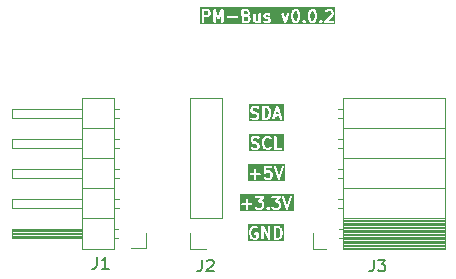
<source format=gbr>
%TF.GenerationSoftware,KiCad,Pcbnew,8.0.3-8.0.3-0~ubuntu22.04.1*%
%TF.CreationDate,2024-08-08T10:04:11+03:00*%
%TF.ProjectId,PM-Bus,504d2d42-7573-42e6-9b69-6361645f7063,rev?*%
%TF.SameCoordinates,Original*%
%TF.FileFunction,Legend,Top*%
%TF.FilePolarity,Positive*%
%FSLAX46Y46*%
G04 Gerber Fmt 4.6, Leading zero omitted, Abs format (unit mm)*
G04 Created by KiCad (PCBNEW 8.0.3-8.0.3-0~ubuntu22.04.1) date 2024-08-08 10:04:11*
%MOMM*%
%LPD*%
G01*
G04 APERTURE LIST*
%ADD10C,0.200000*%
%ADD11C,0.150000*%
%ADD12C,0.120000*%
%ADD13C,3.200000*%
%ADD14R,1.700000X1.700000*%
%ADD15O,1.700000X1.700000*%
G04 APERTURE END LIST*
D10*
G36*
X78553182Y-94643330D02*
G01*
X73990810Y-94643330D01*
X73990810Y-94031757D01*
X74101921Y-94031757D01*
X74101921Y-94070775D01*
X74116853Y-94106823D01*
X74144443Y-94134413D01*
X74180491Y-94149345D01*
X74200000Y-94151266D01*
X74482132Y-94150572D01*
X74482873Y-94451728D01*
X74497805Y-94487776D01*
X74525395Y-94515366D01*
X74561443Y-94530298D01*
X74600461Y-94530298D01*
X74636509Y-94515366D01*
X74664099Y-94487776D01*
X74679031Y-94451728D01*
X74680952Y-94432219D01*
X74680258Y-94150085D01*
X74981414Y-94149345D01*
X75017462Y-94134413D01*
X75045052Y-94106823D01*
X75059984Y-94070775D01*
X75059984Y-94031757D01*
X75045052Y-93995709D01*
X75017462Y-93968119D01*
X74981414Y-93953187D01*
X74961905Y-93951266D01*
X74679771Y-93951959D01*
X74679031Y-93650805D01*
X74664099Y-93614757D01*
X74636509Y-93587167D01*
X74600461Y-93572235D01*
X74561443Y-93572235D01*
X74525395Y-93587167D01*
X74497805Y-93614757D01*
X74482873Y-93650805D01*
X74480952Y-93670314D01*
X74481645Y-93952446D01*
X74180491Y-93953187D01*
X74144443Y-93968119D01*
X74116853Y-93995709D01*
X74101921Y-94031757D01*
X73990810Y-94031757D01*
X73990810Y-93412710D01*
X75244778Y-93412710D01*
X75244778Y-93451728D01*
X75259710Y-93487776D01*
X75287300Y-93515366D01*
X75323348Y-93530298D01*
X75342857Y-93532219D01*
X75743640Y-93531013D01*
X75556067Y-93746970D01*
X75545424Y-93757614D01*
X75544148Y-93760692D01*
X75541912Y-93763268D01*
X75536707Y-93778656D01*
X75530492Y-93793662D01*
X75530492Y-93797035D01*
X75529412Y-93800229D01*
X75530492Y-93816431D01*
X75530492Y-93832680D01*
X75531782Y-93835795D01*
X75532007Y-93839161D01*
X75539207Y-93853721D01*
X75545424Y-93868728D01*
X75547808Y-93871112D01*
X75549304Y-93874136D01*
X75561529Y-93884833D01*
X75573014Y-93896318D01*
X75576128Y-93897608D01*
X75578668Y-93899830D01*
X75594056Y-93905034D01*
X75609062Y-93911250D01*
X75613821Y-93911718D01*
X75615629Y-93912330D01*
X75618253Y-93912155D01*
X75628571Y-93913171D01*
X75745769Y-93911784D01*
X75805262Y-93940405D01*
X75831039Y-93965067D01*
X75862061Y-94024815D01*
X75863485Y-94215678D01*
X75834669Y-94275576D01*
X75810007Y-94301354D01*
X75750306Y-94332351D01*
X75511886Y-94333852D01*
X75451877Y-94304983D01*
X75398415Y-94253833D01*
X75362367Y-94238902D01*
X75323349Y-94238901D01*
X75287300Y-94253832D01*
X75259710Y-94281422D01*
X75244779Y-94317470D01*
X75244778Y-94356488D01*
X75259709Y-94392537D01*
X75272146Y-94407690D01*
X75322246Y-94455623D01*
X75329164Y-94463600D01*
X75333313Y-94466211D01*
X75334918Y-94467747D01*
X75337358Y-94468757D01*
X75345755Y-94474043D01*
X75428772Y-94513981D01*
X75430157Y-94515366D01*
X75440906Y-94519818D01*
X75459301Y-94528668D01*
X75462884Y-94528922D01*
X75466205Y-94530298D01*
X75485714Y-94532219D01*
X75756169Y-94530516D01*
X75758921Y-94531434D01*
X75773347Y-94530408D01*
X75790937Y-94530298D01*
X75794257Y-94528922D01*
X75797841Y-94528668D01*
X75816149Y-94521662D01*
X75911177Y-94472322D01*
X75922224Y-94467747D01*
X75926070Y-94464589D01*
X75927977Y-94463600D01*
X75929707Y-94461605D01*
X75937377Y-94455310D01*
X75985310Y-94405207D01*
X75993285Y-94398292D01*
X75995896Y-94394142D01*
X75997433Y-94392537D01*
X75998444Y-94390095D01*
X76003728Y-94381701D01*
X76011719Y-94365091D01*
X76244778Y-94365091D01*
X76244778Y-94404109D01*
X76251241Y-94419711D01*
X76259710Y-94440158D01*
X76259714Y-94440162D01*
X76272146Y-94455311D01*
X76334918Y-94515366D01*
X76343921Y-94519095D01*
X76370967Y-94530298D01*
X76409985Y-94530298D01*
X76446033Y-94515366D01*
X76461187Y-94502930D01*
X76521242Y-94440158D01*
X76527994Y-94423856D01*
X76536173Y-94404110D01*
X76536174Y-94365092D01*
X76521243Y-94329043D01*
X76508806Y-94313890D01*
X76446034Y-94253833D01*
X76431102Y-94247648D01*
X76409985Y-94238901D01*
X76370967Y-94238901D01*
X76360409Y-94243274D01*
X76334919Y-94253832D01*
X76334918Y-94253833D01*
X76319764Y-94266270D01*
X76259709Y-94329043D01*
X76249696Y-94353219D01*
X76244778Y-94365091D01*
X76011719Y-94365091D01*
X76043666Y-94298683D01*
X76045051Y-94297299D01*
X76049503Y-94286549D01*
X76058353Y-94268155D01*
X76058607Y-94264571D01*
X76059983Y-94261251D01*
X76061904Y-94241742D01*
X76060241Y-94018786D01*
X76061119Y-94016154D01*
X76060116Y-94002048D01*
X76059983Y-93984138D01*
X76058607Y-93980817D01*
X76058353Y-93977234D01*
X76051347Y-93958925D01*
X76002004Y-93863891D01*
X75997432Y-93852851D01*
X75994276Y-93849005D01*
X75993285Y-93847097D01*
X75991287Y-93845364D01*
X75984995Y-93837698D01*
X75934894Y-93789766D01*
X75927977Y-93781790D01*
X75923827Y-93779177D01*
X75922223Y-93777643D01*
X75919783Y-93776632D01*
X75911387Y-93771347D01*
X75830958Y-93732654D01*
X76034407Y-93498419D01*
X76045051Y-93487776D01*
X76046326Y-93484697D01*
X76048563Y-93482122D01*
X76053767Y-93466733D01*
X76059983Y-93451728D01*
X76059983Y-93448354D01*
X76061063Y-93445161D01*
X76059983Y-93428958D01*
X76059983Y-93412710D01*
X76673349Y-93412710D01*
X76673349Y-93451728D01*
X76688281Y-93487776D01*
X76715871Y-93515366D01*
X76751919Y-93530298D01*
X76771428Y-93532219D01*
X77172211Y-93531013D01*
X76984638Y-93746970D01*
X76973995Y-93757614D01*
X76972719Y-93760692D01*
X76970483Y-93763268D01*
X76965278Y-93778656D01*
X76959063Y-93793662D01*
X76959063Y-93797035D01*
X76957983Y-93800229D01*
X76959063Y-93816431D01*
X76959063Y-93832680D01*
X76960353Y-93835795D01*
X76960578Y-93839161D01*
X76967778Y-93853721D01*
X76973995Y-93868728D01*
X76976379Y-93871112D01*
X76977875Y-93874136D01*
X76990100Y-93884833D01*
X77001585Y-93896318D01*
X77004699Y-93897608D01*
X77007239Y-93899830D01*
X77022627Y-93905034D01*
X77037633Y-93911250D01*
X77042392Y-93911718D01*
X77044200Y-93912330D01*
X77046824Y-93912155D01*
X77057142Y-93913171D01*
X77174340Y-93911784D01*
X77233833Y-93940405D01*
X77259610Y-93965067D01*
X77290632Y-94024815D01*
X77292056Y-94215678D01*
X77263240Y-94275576D01*
X77238578Y-94301354D01*
X77178877Y-94332351D01*
X76940457Y-94333852D01*
X76880448Y-94304983D01*
X76826986Y-94253833D01*
X76790938Y-94238902D01*
X76751920Y-94238901D01*
X76715871Y-94253832D01*
X76688281Y-94281422D01*
X76673350Y-94317470D01*
X76673349Y-94356488D01*
X76688280Y-94392537D01*
X76700717Y-94407690D01*
X76750817Y-94455623D01*
X76757735Y-94463600D01*
X76761884Y-94466211D01*
X76763489Y-94467747D01*
X76765929Y-94468757D01*
X76774326Y-94474043D01*
X76857343Y-94513981D01*
X76858728Y-94515366D01*
X76869477Y-94519818D01*
X76887872Y-94528668D01*
X76891455Y-94528922D01*
X76894776Y-94530298D01*
X76914285Y-94532219D01*
X77184740Y-94530516D01*
X77187492Y-94531434D01*
X77201918Y-94530408D01*
X77219508Y-94530298D01*
X77222828Y-94528922D01*
X77226412Y-94528668D01*
X77244720Y-94521662D01*
X77339748Y-94472322D01*
X77350795Y-94467747D01*
X77354641Y-94464589D01*
X77356548Y-94463600D01*
X77358278Y-94461605D01*
X77365948Y-94455310D01*
X77413881Y-94405207D01*
X77421856Y-94398292D01*
X77424467Y-94394142D01*
X77426004Y-94392537D01*
X77427015Y-94390095D01*
X77432299Y-94381701D01*
X77472237Y-94298683D01*
X77473622Y-94297299D01*
X77478074Y-94286549D01*
X77486924Y-94268155D01*
X77487178Y-94264571D01*
X77488554Y-94261251D01*
X77490475Y-94241742D01*
X77488812Y-94018786D01*
X77489690Y-94016154D01*
X77488687Y-94002048D01*
X77488554Y-93984138D01*
X77487178Y-93980817D01*
X77486924Y-93977234D01*
X77479918Y-93958925D01*
X77430575Y-93863891D01*
X77426003Y-93852851D01*
X77422847Y-93849005D01*
X77421856Y-93847097D01*
X77419858Y-93845364D01*
X77413566Y-93837698D01*
X77363465Y-93789766D01*
X77356548Y-93781790D01*
X77352398Y-93779177D01*
X77350794Y-93777643D01*
X77348354Y-93776632D01*
X77339958Y-93771347D01*
X77259529Y-93732654D01*
X77462978Y-93498419D01*
X77473622Y-93487776D01*
X77474897Y-93484697D01*
X77477134Y-93482122D01*
X77482338Y-93466733D01*
X77488554Y-93451728D01*
X77488554Y-93448354D01*
X77489634Y-93445161D01*
X77489605Y-93444726D01*
X77576975Y-93444726D01*
X77581322Y-93463842D01*
X77912583Y-94451734D01*
X77913074Y-94458632D01*
X77918607Y-94469699D01*
X77922646Y-94481742D01*
X77927329Y-94487141D01*
X77930524Y-94493531D01*
X77939995Y-94501746D01*
X77948211Y-94511218D01*
X77954599Y-94514412D01*
X77960000Y-94519096D01*
X77971901Y-94523063D01*
X77983110Y-94528667D01*
X77990234Y-94529173D01*
X77997016Y-94531434D01*
X78009525Y-94530544D01*
X78022030Y-94531434D01*
X78028808Y-94529174D01*
X78035936Y-94528668D01*
X78047152Y-94523059D01*
X78059046Y-94519095D01*
X78064443Y-94514414D01*
X78070835Y-94511218D01*
X78079053Y-94501742D01*
X78088522Y-94493530D01*
X78091715Y-94487143D01*
X78096400Y-94481742D01*
X78104391Y-94463842D01*
X78442071Y-93444727D01*
X78439305Y-93405807D01*
X78421855Y-93370908D01*
X78392379Y-93345343D01*
X78355363Y-93333004D01*
X78316443Y-93335771D01*
X78281544Y-93353220D01*
X78255979Y-93382696D01*
X78247988Y-93400597D01*
X78009956Y-94118973D01*
X77763067Y-93382696D01*
X77737502Y-93353220D01*
X77702603Y-93335770D01*
X77663683Y-93333004D01*
X77626667Y-93345342D01*
X77597191Y-93370907D01*
X77579741Y-93405806D01*
X77576975Y-93444726D01*
X77489605Y-93444726D01*
X77488554Y-93428958D01*
X77488554Y-93412710D01*
X77487263Y-93409594D01*
X77487039Y-93406229D01*
X77479836Y-93391663D01*
X77473622Y-93376662D01*
X77471238Y-93374278D01*
X77469743Y-93371254D01*
X77457509Y-93360549D01*
X77446032Y-93349072D01*
X77442918Y-93347782D01*
X77440379Y-93345560D01*
X77424987Y-93340354D01*
X77409984Y-93334140D01*
X77405224Y-93333671D01*
X77403417Y-93333060D01*
X77400792Y-93333234D01*
X77390475Y-93332219D01*
X76751919Y-93334140D01*
X76715871Y-93349072D01*
X76688281Y-93376662D01*
X76673349Y-93412710D01*
X76059983Y-93412710D01*
X76058692Y-93409594D01*
X76058468Y-93406229D01*
X76051265Y-93391663D01*
X76045051Y-93376662D01*
X76042667Y-93374278D01*
X76041172Y-93371254D01*
X76028938Y-93360549D01*
X76017461Y-93349072D01*
X76014347Y-93347782D01*
X76011808Y-93345560D01*
X75996416Y-93340354D01*
X75981413Y-93334140D01*
X75976653Y-93333671D01*
X75974846Y-93333060D01*
X75972221Y-93333234D01*
X75961904Y-93332219D01*
X75323348Y-93334140D01*
X75287300Y-93349072D01*
X75259710Y-93376662D01*
X75244778Y-93412710D01*
X73990810Y-93412710D01*
X73990810Y-93221108D01*
X78553182Y-93221108D01*
X78553182Y-94643330D01*
G37*
G36*
X74656563Y-78216529D02*
G01*
X74676188Y-78235305D01*
X74707305Y-78295236D01*
X74708439Y-78391083D01*
X74679818Y-78450576D01*
X74655156Y-78476354D01*
X74595516Y-78507320D01*
X74335439Y-78508567D01*
X74334825Y-78182868D01*
X74548029Y-78181708D01*
X74656563Y-78216529D01*
G37*
G36*
X74602792Y-77734453D02*
G01*
X74628569Y-77759115D01*
X74659794Y-77819254D01*
X74660606Y-77867719D01*
X74632198Y-77926769D01*
X74607540Y-77952542D01*
X74547871Y-77983523D01*
X74334451Y-77984685D01*
X74333928Y-77706683D01*
X74542706Y-77705547D01*
X74602792Y-77734453D01*
G37*
G36*
X78793269Y-77734453D02*
G01*
X78819046Y-77759115D01*
X78854122Y-77826670D01*
X78897574Y-77994131D01*
X78899166Y-78207622D01*
X78858767Y-78375555D01*
X78822676Y-78450576D01*
X78798014Y-78476354D01*
X78737874Y-78507579D01*
X78689410Y-78508391D01*
X78630360Y-78479983D01*
X78604586Y-78455324D01*
X78569509Y-78387764D01*
X78526057Y-78220305D01*
X78524465Y-78006815D01*
X78564864Y-77838881D01*
X78600955Y-77763860D01*
X78625617Y-77738083D01*
X78685756Y-77706858D01*
X78734221Y-77706046D01*
X78793269Y-77734453D01*
G37*
G36*
X80221840Y-77734453D02*
G01*
X80247617Y-77759115D01*
X80282693Y-77826670D01*
X80326145Y-77994131D01*
X80327737Y-78207622D01*
X80287338Y-78375555D01*
X80251247Y-78450576D01*
X80226585Y-78476354D01*
X80166445Y-78507579D01*
X80117981Y-78508391D01*
X80058931Y-78479983D01*
X80033157Y-78455324D01*
X79998080Y-78387764D01*
X79954628Y-78220305D01*
X79953036Y-78006815D01*
X79993435Y-77838881D01*
X80029526Y-77763860D01*
X80054188Y-77738083D01*
X80114327Y-77706858D01*
X80162792Y-77706046D01*
X80221840Y-77734453D01*
G37*
G36*
X71269459Y-77734453D02*
G01*
X71295236Y-77759115D01*
X71326353Y-77819046D01*
X71327487Y-77914893D01*
X71298865Y-77974388D01*
X71274207Y-78000161D01*
X71214564Y-78031129D01*
X70953589Y-78032380D01*
X70952976Y-77706747D01*
X71209312Y-77705517D01*
X71269459Y-77734453D01*
G37*
G36*
X82065783Y-78818330D02*
G01*
X70643562Y-78818330D01*
X70643562Y-77607219D01*
X70754673Y-77607219D01*
X70756594Y-78626728D01*
X70771526Y-78662776D01*
X70799116Y-78690366D01*
X70835164Y-78705298D01*
X70874182Y-78705298D01*
X70910230Y-78690366D01*
X70937820Y-78662776D01*
X70952752Y-78626728D01*
X70954673Y-78607219D01*
X70953963Y-78230551D01*
X71220212Y-78229274D01*
X71223118Y-78230243D01*
X71237942Y-78229189D01*
X71255134Y-78229107D01*
X71258454Y-78227731D01*
X71262038Y-78227477D01*
X71280346Y-78220471D01*
X71375375Y-78171130D01*
X71386420Y-78166556D01*
X71390266Y-78163399D01*
X71392174Y-78162409D01*
X71393903Y-78160414D01*
X71401574Y-78154120D01*
X71449507Y-78104017D01*
X71457482Y-78097102D01*
X71460093Y-78092952D01*
X71461629Y-78091348D01*
X71462639Y-78088907D01*
X71467925Y-78080511D01*
X71507863Y-77997493D01*
X71509248Y-77996109D01*
X71513700Y-77985359D01*
X71522550Y-77966965D01*
X71522804Y-77963381D01*
X71524180Y-77960061D01*
X71526101Y-77940552D01*
X71524584Y-77812395D01*
X71525316Y-77810202D01*
X71524407Y-77797419D01*
X71524180Y-77778186D01*
X71522804Y-77774865D01*
X71522550Y-77771282D01*
X71515544Y-77752973D01*
X71466201Y-77657939D01*
X71461629Y-77646899D01*
X71458473Y-77643053D01*
X71457482Y-77641145D01*
X71455484Y-77639412D01*
X71449192Y-77631746D01*
X71423555Y-77607219D01*
X71754673Y-77607219D01*
X71756594Y-78626728D01*
X71771526Y-78662776D01*
X71799116Y-78690366D01*
X71835164Y-78705298D01*
X71874182Y-78705298D01*
X71910230Y-78690366D01*
X71937820Y-78662776D01*
X71952752Y-78626728D01*
X71954673Y-78607219D01*
X71953629Y-78053229D01*
X72097521Y-78359667D01*
X72102500Y-78373356D01*
X72105475Y-78376605D01*
X72107379Y-78380659D01*
X72118589Y-78390925D01*
X72128851Y-78402131D01*
X72132876Y-78404009D01*
X72136154Y-78407011D01*
X72150436Y-78412204D01*
X72164209Y-78418632D01*
X72168648Y-78418827D01*
X72172823Y-78420345D01*
X72188006Y-78419677D01*
X72203189Y-78420345D01*
X72207362Y-78418827D01*
X72211804Y-78418632D01*
X72225588Y-78412199D01*
X72239858Y-78407010D01*
X72243131Y-78404012D01*
X72247161Y-78402132D01*
X72257430Y-78390917D01*
X72268633Y-78380659D01*
X72271944Y-78375068D01*
X72273513Y-78373356D01*
X72274393Y-78370934D01*
X72278624Y-78363793D01*
X72422181Y-78054251D01*
X72423260Y-78626728D01*
X72438192Y-78662776D01*
X72465782Y-78690366D01*
X72501830Y-78705298D01*
X72540848Y-78705298D01*
X72576896Y-78690366D01*
X72604486Y-78662776D01*
X72619418Y-78626728D01*
X72621339Y-78607219D01*
X72620584Y-78206757D01*
X72899451Y-78206757D01*
X72899451Y-78245775D01*
X72914383Y-78281823D01*
X72941973Y-78309413D01*
X72978021Y-78324345D01*
X72997530Y-78326266D01*
X73778944Y-78324345D01*
X73814992Y-78309413D01*
X73842582Y-78281823D01*
X73857514Y-78245775D01*
X73857514Y-78206757D01*
X73842582Y-78170709D01*
X73814992Y-78143119D01*
X73778944Y-78128187D01*
X73759435Y-78126266D01*
X72978021Y-78128187D01*
X72941973Y-78143119D01*
X72914383Y-78170709D01*
X72899451Y-78206757D01*
X72620584Y-78206757D01*
X72619457Y-77608484D01*
X72619513Y-77607219D01*
X74135625Y-77607219D01*
X74137546Y-78626728D01*
X74152478Y-78662776D01*
X74180068Y-78690366D01*
X74216116Y-78705298D01*
X74235625Y-78707219D01*
X74601164Y-78705465D01*
X74604070Y-78706434D01*
X74618894Y-78705380D01*
X74636086Y-78705298D01*
X74639406Y-78703922D01*
X74642990Y-78703668D01*
X74661298Y-78696662D01*
X74756326Y-78647322D01*
X74767373Y-78642747D01*
X74771219Y-78639589D01*
X74773126Y-78638600D01*
X74774856Y-78636605D01*
X74782526Y-78630310D01*
X74830459Y-78580207D01*
X74838434Y-78573292D01*
X74841045Y-78569142D01*
X74842582Y-78567537D01*
X74843593Y-78565095D01*
X74848877Y-78556701D01*
X74888815Y-78473683D01*
X74890200Y-78472299D01*
X74894652Y-78461549D01*
X74903502Y-78443155D01*
X74903756Y-78439571D01*
X74905132Y-78436251D01*
X74907053Y-78416742D01*
X74905536Y-78288585D01*
X74906268Y-78286392D01*
X74905359Y-78273609D01*
X74905132Y-78254376D01*
X74903756Y-78251055D01*
X74903502Y-78247472D01*
X74896496Y-78229163D01*
X74847153Y-78134129D01*
X74842581Y-78123089D01*
X74839425Y-78119243D01*
X74838434Y-78117335D01*
X74836436Y-78115602D01*
X74830144Y-78107936D01*
X74791381Y-78070851D01*
X74790814Y-78069716D01*
X74784188Y-78063969D01*
X74779703Y-78059678D01*
X74782840Y-78056398D01*
X74790815Y-78049483D01*
X74793426Y-78045333D01*
X74794962Y-78043729D01*
X74795972Y-78041288D01*
X74801258Y-78032892D01*
X74841196Y-77949874D01*
X74842581Y-77948490D01*
X74845868Y-77940552D01*
X75135625Y-77940552D01*
X75137422Y-78448816D01*
X75136410Y-78451853D01*
X75137486Y-78466998D01*
X75137546Y-78483870D01*
X75138921Y-78487190D01*
X75139176Y-78490773D01*
X75146182Y-78509082D01*
X75193219Y-78599677D01*
X75196368Y-78609123D01*
X75200742Y-78614167D01*
X75204244Y-78620911D01*
X75213715Y-78629125D01*
X75221932Y-78638600D01*
X75231802Y-78644812D01*
X75233720Y-78646476D01*
X75235260Y-78646989D01*
X75238523Y-78649043D01*
X75321540Y-78688981D01*
X75322925Y-78690366D01*
X75333674Y-78694818D01*
X75352069Y-78703668D01*
X75355652Y-78703922D01*
X75358973Y-78705298D01*
X75378482Y-78707219D01*
X75506638Y-78705702D01*
X75508832Y-78706434D01*
X75521614Y-78705525D01*
X75540848Y-78705298D01*
X75544168Y-78703922D01*
X75547752Y-78703668D01*
X75566060Y-78696662D01*
X75598231Y-78679958D01*
X75608639Y-78690366D01*
X75644687Y-78705298D01*
X75683705Y-78705298D01*
X75719753Y-78690366D01*
X75747343Y-78662776D01*
X75762275Y-78626728D01*
X75764196Y-78607219D01*
X75762730Y-78083409D01*
X75992768Y-78083409D01*
X75993755Y-78117913D01*
X75993553Y-78118521D01*
X75993920Y-78123698D01*
X75994689Y-78150537D01*
X75996064Y-78153857D01*
X75996319Y-78157441D01*
X76003325Y-78175749D01*
X76050362Y-78266343D01*
X76053511Y-78275789D01*
X76057885Y-78280833D01*
X76061387Y-78287577D01*
X76070857Y-78295790D01*
X76079075Y-78305266D01*
X76088948Y-78311480D01*
X76090864Y-78313142D01*
X76092402Y-78313654D01*
X76095666Y-78315709D01*
X76178683Y-78355647D01*
X76180068Y-78357032D01*
X76190817Y-78361484D01*
X76209212Y-78370334D01*
X76212795Y-78370588D01*
X76216116Y-78371964D01*
X76235625Y-78373885D01*
X76352823Y-78372498D01*
X76399091Y-78394757D01*
X76421970Y-78438823D01*
X76422010Y-78440189D01*
X76400467Y-78484970D01*
X76357241Y-78507413D01*
X76213912Y-78508724D01*
X76119181Y-78463151D01*
X76080261Y-78460385D01*
X76043245Y-78472724D01*
X76013768Y-78498288D01*
X75996319Y-78533187D01*
X75993553Y-78572107D01*
X76005892Y-78609123D01*
X76031456Y-78638600D01*
X76048047Y-78649043D01*
X76131064Y-78688981D01*
X76132449Y-78690366D01*
X76143198Y-78694818D01*
X76161593Y-78703668D01*
X76165176Y-78703922D01*
X76168497Y-78705298D01*
X76188006Y-78707219D01*
X76363513Y-78705613D01*
X76365975Y-78706434D01*
X76379590Y-78705466D01*
X76397991Y-78705298D01*
X76401311Y-78703922D01*
X76404895Y-78703668D01*
X76423203Y-78696662D01*
X76513797Y-78649624D01*
X76523243Y-78646476D01*
X76528286Y-78642101D01*
X76535031Y-78638600D01*
X76543246Y-78629126D01*
X76552720Y-78620911D01*
X76558933Y-78611039D01*
X76560596Y-78609123D01*
X76561108Y-78607584D01*
X76563163Y-78604321D01*
X76603101Y-78521302D01*
X76604486Y-78519918D01*
X76608938Y-78509169D01*
X76617788Y-78490774D01*
X76618042Y-78487190D01*
X76619418Y-78483870D01*
X76621339Y-78464361D01*
X76620351Y-78429856D01*
X76620554Y-78429249D01*
X76620186Y-78424071D01*
X76619418Y-78397233D01*
X76618042Y-78393912D01*
X76617788Y-78390329D01*
X76610782Y-78372020D01*
X76563742Y-78281422D01*
X76560596Y-78271981D01*
X76556223Y-78266938D01*
X76552720Y-78260192D01*
X76543244Y-78251974D01*
X76535031Y-78242504D01*
X76525159Y-78236290D01*
X76523243Y-78234628D01*
X76521704Y-78234114D01*
X76518441Y-78232061D01*
X76435423Y-78192122D01*
X76434039Y-78190738D01*
X76423289Y-78186285D01*
X76404895Y-78177436D01*
X76401311Y-78177181D01*
X76397991Y-78175806D01*
X76378482Y-78173885D01*
X76261283Y-78175271D01*
X76215016Y-78153013D01*
X76192136Y-78108945D01*
X76192097Y-78107580D01*
X76213640Y-78062799D01*
X76256976Y-78040299D01*
X76352823Y-78039165D01*
X76447307Y-78084620D01*
X76486227Y-78087386D01*
X76523243Y-78075047D01*
X76552720Y-78049482D01*
X76570169Y-78014584D01*
X76572934Y-77975664D01*
X76566102Y-77955167D01*
X77517651Y-77955167D01*
X77522404Y-77974186D01*
X77757450Y-78626870D01*
X77757684Y-78631574D01*
X77763773Y-78644429D01*
X77768869Y-78658579D01*
X77772239Y-78662301D01*
X77774387Y-78666836D01*
X77785238Y-78676659D01*
X77795056Y-78687504D01*
X77799588Y-78689651D01*
X77803313Y-78693023D01*
X77817103Y-78697947D01*
X77830318Y-78704208D01*
X77835328Y-78704457D01*
X77840058Y-78706146D01*
X77854679Y-78705418D01*
X77869288Y-78706145D01*
X77874013Y-78704457D01*
X77879028Y-78704208D01*
X77892254Y-78697942D01*
X77906033Y-78693022D01*
X77909753Y-78689653D01*
X77914290Y-78687505D01*
X77924112Y-78676654D01*
X77934959Y-78666836D01*
X77937106Y-78662301D01*
X77940477Y-78658579D01*
X77948847Y-78640853D01*
X78180006Y-77988171D01*
X78326102Y-77988171D01*
X78327832Y-78220288D01*
X78326220Y-78231127D01*
X78328003Y-78243188D01*
X78328023Y-78245775D01*
X78328587Y-78247138D01*
X78329088Y-78250520D01*
X78376592Y-78433599D01*
X78377272Y-78443155D01*
X78382863Y-78457767D01*
X78383302Y-78459456D01*
X78383732Y-78460036D01*
X78384278Y-78461463D01*
X78433615Y-78556487D01*
X78438192Y-78567537D01*
X78441350Y-78571385D01*
X78442340Y-78573291D01*
X78444334Y-78575020D01*
X78450629Y-78582690D01*
X78500729Y-78630623D01*
X78507647Y-78638600D01*
X78511796Y-78641211D01*
X78513401Y-78642747D01*
X78515841Y-78643757D01*
X78524238Y-78649043D01*
X78607255Y-78688981D01*
X78608640Y-78690366D01*
X78619389Y-78694818D01*
X78637784Y-78703668D01*
X78641367Y-78703922D01*
X78644688Y-78705298D01*
X78664197Y-78707219D01*
X78745214Y-78705862D01*
X78746928Y-78706434D01*
X78757972Y-78705649D01*
X78778944Y-78705298D01*
X78782264Y-78703922D01*
X78785848Y-78703668D01*
X78804156Y-78696662D01*
X78899184Y-78647322D01*
X78910231Y-78642747D01*
X78914077Y-78639589D01*
X78915984Y-78638600D01*
X78917714Y-78636605D01*
X78925384Y-78630310D01*
X78973317Y-78580207D01*
X78981292Y-78573292D01*
X78983903Y-78569142D01*
X78985440Y-78567537D01*
X78986451Y-78565095D01*
X78991735Y-78556701D01*
X78999726Y-78540091D01*
X79280404Y-78540091D01*
X79280404Y-78579109D01*
X79285994Y-78592604D01*
X79295336Y-78615158D01*
X79295340Y-78615162D01*
X79307772Y-78630311D01*
X79370544Y-78690366D01*
X79376957Y-78693022D01*
X79406593Y-78705298D01*
X79445611Y-78705298D01*
X79481659Y-78690366D01*
X79496813Y-78677930D01*
X79556868Y-78615158D01*
X79563620Y-78598856D01*
X79571799Y-78579110D01*
X79571800Y-78540092D01*
X79556869Y-78504043D01*
X79544432Y-78488890D01*
X79481660Y-78428833D01*
X79462071Y-78420719D01*
X79455393Y-78417953D01*
X79445611Y-78413901D01*
X79406593Y-78413901D01*
X79396811Y-78417953D01*
X79370545Y-78428832D01*
X79370544Y-78428833D01*
X79355390Y-78441270D01*
X79295335Y-78504043D01*
X79285322Y-78528219D01*
X79280404Y-78540091D01*
X78999726Y-78540091D01*
X79035163Y-78466429D01*
X79040330Y-78459456D01*
X79045558Y-78444821D01*
X79046360Y-78443155D01*
X79046411Y-78442434D01*
X79046925Y-78440996D01*
X79091504Y-78255683D01*
X79095609Y-78245775D01*
X79096801Y-78233665D01*
X79097412Y-78231127D01*
X79097194Y-78229668D01*
X79097530Y-78226266D01*
X79095799Y-77994148D01*
X79096689Y-77988171D01*
X79754673Y-77988171D01*
X79756403Y-78220288D01*
X79754791Y-78231127D01*
X79756574Y-78243188D01*
X79756594Y-78245775D01*
X79757158Y-78247138D01*
X79757659Y-78250520D01*
X79805163Y-78433599D01*
X79805843Y-78443155D01*
X79811434Y-78457767D01*
X79811873Y-78459456D01*
X79812303Y-78460036D01*
X79812849Y-78461463D01*
X79862186Y-78556487D01*
X79866763Y-78567537D01*
X79869921Y-78571385D01*
X79870911Y-78573291D01*
X79872905Y-78575020D01*
X79879200Y-78582690D01*
X79929300Y-78630623D01*
X79936218Y-78638600D01*
X79940367Y-78641211D01*
X79941972Y-78642747D01*
X79944412Y-78643757D01*
X79952809Y-78649043D01*
X80035826Y-78688981D01*
X80037211Y-78690366D01*
X80047960Y-78694818D01*
X80066355Y-78703668D01*
X80069938Y-78703922D01*
X80073259Y-78705298D01*
X80092768Y-78707219D01*
X80173785Y-78705862D01*
X80175499Y-78706434D01*
X80186543Y-78705649D01*
X80207515Y-78705298D01*
X80210835Y-78703922D01*
X80214419Y-78703668D01*
X80232727Y-78696662D01*
X80327755Y-78647322D01*
X80338802Y-78642747D01*
X80342648Y-78639589D01*
X80344555Y-78638600D01*
X80346285Y-78636605D01*
X80353955Y-78630310D01*
X80401888Y-78580207D01*
X80409863Y-78573292D01*
X80412474Y-78569142D01*
X80414011Y-78567537D01*
X80415022Y-78565095D01*
X80420306Y-78556701D01*
X80428297Y-78540091D01*
X80708975Y-78540091D01*
X80708975Y-78579109D01*
X80714565Y-78592604D01*
X80723907Y-78615158D01*
X80723911Y-78615162D01*
X80736343Y-78630311D01*
X80799115Y-78690366D01*
X80805528Y-78693022D01*
X80835164Y-78705298D01*
X80874182Y-78705298D01*
X80910230Y-78690366D01*
X80925384Y-78677930D01*
X80985439Y-78615158D01*
X80992191Y-78598856D01*
X80996808Y-78587710D01*
X81137546Y-78587710D01*
X81137546Y-78626728D01*
X81152478Y-78662776D01*
X81180068Y-78690366D01*
X81216116Y-78705298D01*
X81235625Y-78707219D01*
X81874181Y-78705298D01*
X81910229Y-78690366D01*
X81937819Y-78662776D01*
X81952751Y-78626728D01*
X81952751Y-78587710D01*
X81937819Y-78551662D01*
X81910229Y-78524072D01*
X81874181Y-78509140D01*
X81854672Y-78507219D01*
X81475119Y-78508360D01*
X81865382Y-78116280D01*
X81868365Y-78114789D01*
X81878513Y-78103087D01*
X81890200Y-78091347D01*
X81891574Y-78088028D01*
X81893930Y-78085313D01*
X81901921Y-78067413D01*
X81947827Y-77924328D01*
X81952751Y-77912442D01*
X81953242Y-77907449D01*
X81953887Y-77905441D01*
X81953699Y-77902806D01*
X81954672Y-77892933D01*
X81953315Y-77811915D01*
X81953887Y-77810202D01*
X81953102Y-77799157D01*
X81952751Y-77778186D01*
X81951375Y-77774865D01*
X81951121Y-77771282D01*
X81944115Y-77752973D01*
X81894772Y-77657939D01*
X81890200Y-77646899D01*
X81887044Y-77643053D01*
X81886053Y-77641145D01*
X81884055Y-77639412D01*
X81877763Y-77631746D01*
X81827662Y-77583814D01*
X81820745Y-77575838D01*
X81816595Y-77573225D01*
X81814991Y-77571691D01*
X81812551Y-77570680D01*
X81804155Y-77565395D01*
X81721137Y-77525456D01*
X81719753Y-77524072D01*
X81709003Y-77519619D01*
X81690609Y-77510770D01*
X81687025Y-77510515D01*
X81683705Y-77509140D01*
X81664196Y-77507219D01*
X81441240Y-77508881D01*
X81438608Y-77508004D01*
X81424502Y-77509006D01*
X81406592Y-77509140D01*
X81403271Y-77510515D01*
X81399688Y-77510770D01*
X81381379Y-77517776D01*
X81286345Y-77567118D01*
X81275305Y-77571691D01*
X81271459Y-77574846D01*
X81269551Y-77575838D01*
X81267818Y-77577835D01*
X81260152Y-77584128D01*
X81200097Y-77646900D01*
X81185165Y-77682948D01*
X81185165Y-77721966D01*
X81200097Y-77758014D01*
X81227687Y-77785604D01*
X81263735Y-77800536D01*
X81302753Y-77800536D01*
X81338801Y-77785604D01*
X81353955Y-77773168D01*
X81387521Y-77738083D01*
X81447269Y-77707061D01*
X81638132Y-77705637D01*
X81698030Y-77734453D01*
X81723807Y-77759115D01*
X81755032Y-77819254D01*
X81755938Y-77873358D01*
X81721836Y-77979652D01*
X81152479Y-78551661D01*
X81152478Y-78551662D01*
X81137546Y-78587710D01*
X80996808Y-78587710D01*
X81000370Y-78579110D01*
X81000371Y-78540092D01*
X80985440Y-78504043D01*
X80973003Y-78488890D01*
X80910231Y-78428833D01*
X80890642Y-78420719D01*
X80883964Y-78417953D01*
X80874182Y-78413901D01*
X80835164Y-78413901D01*
X80825382Y-78417953D01*
X80799116Y-78428832D01*
X80799115Y-78428833D01*
X80783961Y-78441270D01*
X80723906Y-78504043D01*
X80713893Y-78528219D01*
X80708975Y-78540091D01*
X80428297Y-78540091D01*
X80463734Y-78466429D01*
X80468901Y-78459456D01*
X80474129Y-78444821D01*
X80474931Y-78443155D01*
X80474982Y-78442434D01*
X80475496Y-78440996D01*
X80520075Y-78255683D01*
X80524180Y-78245775D01*
X80525372Y-78233665D01*
X80525983Y-78231127D01*
X80525765Y-78229668D01*
X80526101Y-78226266D01*
X80524370Y-77994148D01*
X80525983Y-77983310D01*
X80524199Y-77971248D01*
X80524180Y-77968662D01*
X80523615Y-77967298D01*
X80523115Y-77963917D01*
X80475610Y-77780837D01*
X80474931Y-77771282D01*
X80469338Y-77756666D01*
X80468901Y-77754981D01*
X80468471Y-77754401D01*
X80467925Y-77752973D01*
X80418582Y-77657939D01*
X80414010Y-77646899D01*
X80410854Y-77643053D01*
X80409863Y-77641145D01*
X80407865Y-77639412D01*
X80401573Y-77631746D01*
X80351472Y-77583814D01*
X80344555Y-77575838D01*
X80340405Y-77573225D01*
X80338801Y-77571691D01*
X80336361Y-77570680D01*
X80327965Y-77565395D01*
X80244947Y-77525456D01*
X80243563Y-77524072D01*
X80232813Y-77519619D01*
X80214419Y-77510770D01*
X80210835Y-77510515D01*
X80207515Y-77509140D01*
X80188006Y-77507219D01*
X80106988Y-77508575D01*
X80105275Y-77508004D01*
X80094230Y-77508788D01*
X80073259Y-77509140D01*
X80069938Y-77510515D01*
X80066355Y-77510770D01*
X80048046Y-77517776D01*
X79953012Y-77567118D01*
X79941972Y-77571691D01*
X79938126Y-77574846D01*
X79936218Y-77575838D01*
X79934485Y-77577835D01*
X79926819Y-77584128D01*
X79878887Y-77634228D01*
X79870911Y-77641146D01*
X79868298Y-77645295D01*
X79866764Y-77646900D01*
X79865753Y-77649339D01*
X79860468Y-77657736D01*
X79817039Y-77748007D01*
X79811873Y-77754981D01*
X79806645Y-77769613D01*
X79805843Y-77771282D01*
X79805791Y-77772004D01*
X79805278Y-77773442D01*
X79760698Y-77958752D01*
X79756594Y-77968662D01*
X79755401Y-77980771D01*
X79754791Y-77983310D01*
X79755008Y-77984768D01*
X79754673Y-77988171D01*
X79096689Y-77988171D01*
X79097412Y-77983310D01*
X79095628Y-77971248D01*
X79095609Y-77968662D01*
X79095044Y-77967298D01*
X79094544Y-77963917D01*
X79047039Y-77780837D01*
X79046360Y-77771282D01*
X79040767Y-77756666D01*
X79040330Y-77754981D01*
X79039900Y-77754401D01*
X79039354Y-77752973D01*
X78990011Y-77657939D01*
X78985439Y-77646899D01*
X78982283Y-77643053D01*
X78981292Y-77641145D01*
X78979294Y-77639412D01*
X78973002Y-77631746D01*
X78922901Y-77583814D01*
X78915984Y-77575838D01*
X78911834Y-77573225D01*
X78910230Y-77571691D01*
X78907790Y-77570680D01*
X78899394Y-77565395D01*
X78816376Y-77525456D01*
X78814992Y-77524072D01*
X78804242Y-77519619D01*
X78785848Y-77510770D01*
X78782264Y-77510515D01*
X78778944Y-77509140D01*
X78759435Y-77507219D01*
X78678417Y-77508575D01*
X78676704Y-77508004D01*
X78665659Y-77508788D01*
X78644688Y-77509140D01*
X78641367Y-77510515D01*
X78637784Y-77510770D01*
X78619475Y-77517776D01*
X78524441Y-77567118D01*
X78513401Y-77571691D01*
X78509555Y-77574846D01*
X78507647Y-77575838D01*
X78505914Y-77577835D01*
X78498248Y-77584128D01*
X78450316Y-77634228D01*
X78442340Y-77641146D01*
X78439727Y-77645295D01*
X78438193Y-77646900D01*
X78437182Y-77649339D01*
X78431897Y-77657736D01*
X78388468Y-77748007D01*
X78383302Y-77754981D01*
X78378074Y-77769613D01*
X78377272Y-77771282D01*
X78377220Y-77772004D01*
X78376707Y-77773442D01*
X78332127Y-77958752D01*
X78328023Y-77968662D01*
X78326830Y-77980771D01*
X78326220Y-77983310D01*
X78326437Y-77984768D01*
X78326102Y-77988171D01*
X78180006Y-77988171D01*
X78191695Y-77955167D01*
X78189757Y-77916197D01*
X78173054Y-77880935D01*
X78144128Y-77854749D01*
X78107383Y-77841626D01*
X78068413Y-77843563D01*
X78033151Y-77860267D01*
X78006964Y-77889192D01*
X77998594Y-77906919D01*
X77854887Y-78312675D01*
X77702382Y-77889192D01*
X77676195Y-77860266D01*
X77640933Y-77843563D01*
X77601963Y-77841625D01*
X77565218Y-77854748D01*
X77536292Y-77880935D01*
X77519589Y-77916197D01*
X77517651Y-77955167D01*
X76566102Y-77955167D01*
X76560596Y-77938648D01*
X76535031Y-77909171D01*
X76518441Y-77898728D01*
X76435423Y-77858789D01*
X76434039Y-77857405D01*
X76423289Y-77852952D01*
X76404895Y-77844103D01*
X76401311Y-77843848D01*
X76397991Y-77842473D01*
X76378482Y-77840552D01*
X76250325Y-77842068D01*
X76248132Y-77841337D01*
X76235349Y-77842245D01*
X76216116Y-77842473D01*
X76212795Y-77843848D01*
X76209212Y-77844103D01*
X76190903Y-77851109D01*
X76100305Y-77898148D01*
X76090864Y-77901295D01*
X76085821Y-77905667D01*
X76079075Y-77909171D01*
X76070857Y-77918646D01*
X76061387Y-77926860D01*
X76055173Y-77936731D01*
X76053511Y-77938648D01*
X76052997Y-77940186D01*
X76050944Y-77943450D01*
X76011005Y-78026467D01*
X76009621Y-78027852D01*
X76005168Y-78038601D01*
X75996319Y-78056996D01*
X75996064Y-78060579D01*
X75994689Y-78063900D01*
X75992768Y-78083409D01*
X75762730Y-78083409D01*
X75762275Y-77921043D01*
X75747343Y-77884995D01*
X75719753Y-77857405D01*
X75683705Y-77842473D01*
X75644687Y-77842473D01*
X75608639Y-77857405D01*
X75581049Y-77884995D01*
X75566117Y-77921043D01*
X75564196Y-77940552D01*
X75565679Y-78470333D01*
X75559918Y-78476354D01*
X75499986Y-78507471D01*
X75404140Y-78508605D01*
X75357873Y-78486346D01*
X75335550Y-78443353D01*
X75333704Y-77921043D01*
X75318772Y-77884995D01*
X75291182Y-77857405D01*
X75255134Y-77842473D01*
X75216116Y-77842473D01*
X75180068Y-77857405D01*
X75152478Y-77884995D01*
X75137546Y-77921043D01*
X75135625Y-77940552D01*
X74845868Y-77940552D01*
X74847033Y-77937740D01*
X74855883Y-77919346D01*
X74856137Y-77915762D01*
X74857513Y-77912442D01*
X74859434Y-77892933D01*
X74858077Y-77811915D01*
X74858649Y-77810202D01*
X74857864Y-77799157D01*
X74857513Y-77778186D01*
X74856137Y-77774865D01*
X74855883Y-77771282D01*
X74848877Y-77752973D01*
X74799534Y-77657939D01*
X74794962Y-77646899D01*
X74791806Y-77643053D01*
X74790815Y-77641145D01*
X74788817Y-77639412D01*
X74782525Y-77631746D01*
X74732424Y-77583814D01*
X74725507Y-77575838D01*
X74721357Y-77573225D01*
X74719753Y-77571691D01*
X74717313Y-77570680D01*
X74708917Y-77565395D01*
X74625899Y-77525456D01*
X74624515Y-77524072D01*
X74613765Y-77519619D01*
X74595371Y-77510770D01*
X74591787Y-77510515D01*
X74588467Y-77509140D01*
X74568958Y-77507219D01*
X74216116Y-77509140D01*
X74180068Y-77524072D01*
X74152478Y-77551662D01*
X74137546Y-77587710D01*
X74135625Y-77607219D01*
X72619513Y-77607219D01*
X72620180Y-77592036D01*
X72619422Y-77589952D01*
X72619418Y-77587710D01*
X72612777Y-77571679D01*
X72606846Y-77555367D01*
X72605339Y-77553721D01*
X72604486Y-77551662D01*
X72592224Y-77539400D01*
X72580494Y-77526591D01*
X72578470Y-77525646D01*
X72576896Y-77524072D01*
X72560880Y-77517437D01*
X72545137Y-77510091D01*
X72542907Y-77509993D01*
X72540848Y-77509140D01*
X72523496Y-77509140D01*
X72506156Y-77508378D01*
X72504060Y-77509140D01*
X72501830Y-77509140D01*
X72485799Y-77515780D01*
X72469487Y-77521712D01*
X72467841Y-77523218D01*
X72465782Y-77524072D01*
X72453514Y-77536339D01*
X72440712Y-77548064D01*
X72439145Y-77550708D01*
X72438192Y-77551662D01*
X72437288Y-77553843D01*
X72430721Y-77564930D01*
X72188482Y-78087249D01*
X71944036Y-77566669D01*
X71937820Y-77551662D01*
X71936254Y-77550096D01*
X71935300Y-77548064D01*
X71922503Y-77536345D01*
X71910230Y-77524072D01*
X71908168Y-77523218D01*
X71906525Y-77521713D01*
X71890223Y-77515784D01*
X71874182Y-77509140D01*
X71871951Y-77509140D01*
X71869856Y-77508378D01*
X71852516Y-77509140D01*
X71835164Y-77509140D01*
X71833104Y-77509993D01*
X71830876Y-77510091D01*
X71815145Y-77517432D01*
X71799116Y-77524072D01*
X71797539Y-77525648D01*
X71795518Y-77526592D01*
X71783799Y-77539388D01*
X71771526Y-77551662D01*
X71770672Y-77553723D01*
X71769167Y-77555367D01*
X71763238Y-77571668D01*
X71756594Y-77587710D01*
X71756292Y-77590768D01*
X71755832Y-77592036D01*
X71755935Y-77594395D01*
X71754673Y-77607219D01*
X71423555Y-77607219D01*
X71399091Y-77583814D01*
X71392174Y-77575838D01*
X71388024Y-77573225D01*
X71386420Y-77571691D01*
X71383980Y-77570680D01*
X71375584Y-77565395D01*
X71292566Y-77525456D01*
X71291182Y-77524072D01*
X71280432Y-77519619D01*
X71262038Y-77510770D01*
X71258454Y-77510515D01*
X71255134Y-77509140D01*
X71235625Y-77507219D01*
X70835164Y-77509140D01*
X70799116Y-77524072D01*
X70771526Y-77551662D01*
X70756594Y-77587710D01*
X70754673Y-77607219D01*
X70643562Y-77607219D01*
X70643562Y-77396108D01*
X82065783Y-77396108D01*
X82065783Y-78818330D01*
G37*
G36*
X77694904Y-89563330D02*
G01*
X74798413Y-89563330D01*
X74798413Y-88542695D01*
X74909524Y-88542695D01*
X74910880Y-88623712D01*
X74910309Y-88625426D01*
X74911093Y-88636470D01*
X74911445Y-88657442D01*
X74912820Y-88660762D01*
X74913075Y-88664346D01*
X74920081Y-88682654D01*
X74969421Y-88777683D01*
X74973996Y-88788728D01*
X74977152Y-88792574D01*
X74978143Y-88794482D01*
X74980137Y-88796211D01*
X74986432Y-88803882D01*
X75036534Y-88851815D01*
X75043450Y-88859790D01*
X75047599Y-88862401D01*
X75049204Y-88863937D01*
X75051644Y-88864947D01*
X75060041Y-88870233D01*
X75150312Y-88913661D01*
X75157286Y-88918828D01*
X75171920Y-88924056D01*
X75173587Y-88924858D01*
X75174307Y-88924909D01*
X75175746Y-88925423D01*
X75349289Y-88967171D01*
X75424310Y-89003262D01*
X75450087Y-89027924D01*
X75481312Y-89088063D01*
X75482124Y-89136528D01*
X75453717Y-89195576D01*
X75429055Y-89221354D01*
X75369306Y-89252376D01*
X75173060Y-89253840D01*
X75022031Y-89205385D01*
X74983111Y-89208151D01*
X74948212Y-89225601D01*
X74922647Y-89255077D01*
X74910309Y-89292093D01*
X74913075Y-89331013D01*
X74930525Y-89365912D01*
X74960001Y-89391477D01*
X74977901Y-89399468D01*
X75120985Y-89445374D01*
X75132872Y-89450298D01*
X75137864Y-89450789D01*
X75139873Y-89451434D01*
X75142507Y-89451246D01*
X75152381Y-89452219D01*
X75375336Y-89450556D01*
X75377969Y-89451434D01*
X75392074Y-89450431D01*
X75409985Y-89450298D01*
X75413305Y-89448922D01*
X75416889Y-89448668D01*
X75435197Y-89441662D01*
X75530225Y-89392322D01*
X75541272Y-89387747D01*
X75545118Y-89384589D01*
X75547025Y-89383600D01*
X75548755Y-89381605D01*
X75556425Y-89375310D01*
X75604358Y-89325207D01*
X75612333Y-89318292D01*
X75614944Y-89314142D01*
X75616481Y-89312537D01*
X75617492Y-89310095D01*
X75622776Y-89301701D01*
X75662714Y-89218683D01*
X75664099Y-89217299D01*
X75668551Y-89206549D01*
X75677401Y-89188155D01*
X75677655Y-89184571D01*
X75679031Y-89181251D01*
X75680952Y-89161742D01*
X75679595Y-89080724D01*
X75680167Y-89079011D01*
X75679382Y-89067966D01*
X75679031Y-89046995D01*
X75677655Y-89043674D01*
X75677401Y-89040091D01*
X75670395Y-89021782D01*
X75621052Y-88926748D01*
X75616480Y-88915708D01*
X75613324Y-88911862D01*
X75612333Y-88909954D01*
X75610335Y-88908221D01*
X75604043Y-88900555D01*
X75553942Y-88852623D01*
X75547025Y-88844647D01*
X75542875Y-88842034D01*
X75541271Y-88840500D01*
X75538831Y-88839489D01*
X75530435Y-88834204D01*
X75440163Y-88790775D01*
X75433190Y-88785609D01*
X75419702Y-88780790D01*
X75861905Y-88780790D01*
X75863532Y-88918363D01*
X75862023Y-88928508D01*
X75863794Y-88940486D01*
X75863826Y-88943156D01*
X75864390Y-88944519D01*
X75864891Y-88947901D01*
X75912395Y-89130980D01*
X75913075Y-89140536D01*
X75918666Y-89155148D01*
X75919105Y-89156837D01*
X75919535Y-89157417D01*
X75920081Y-89158844D01*
X75969417Y-89253866D01*
X75973995Y-89264918D01*
X75977153Y-89268766D01*
X75978143Y-89270672D01*
X75980137Y-89272401D01*
X75986432Y-89280071D01*
X76072377Y-89363902D01*
X76073382Y-89365912D01*
X76082906Y-89374172D01*
X76096823Y-89387747D01*
X76100142Y-89389122D01*
X76102858Y-89391477D01*
X76120758Y-89399468D01*
X76263842Y-89445374D01*
X76275729Y-89450298D01*
X76280721Y-89450789D01*
X76282730Y-89451434D01*
X76285364Y-89451246D01*
X76295238Y-89452219D01*
X76391380Y-89450609D01*
X76402983Y-89451434D01*
X76407819Y-89450334D01*
X76409985Y-89450298D01*
X76412427Y-89449286D01*
X76422099Y-89447087D01*
X76550476Y-89402678D01*
X76552843Y-89402678D01*
X76564835Y-89397710D01*
X76582856Y-89391477D01*
X76585571Y-89389122D01*
X76588891Y-89387747D01*
X76604044Y-89375310D01*
X76664100Y-89312537D01*
X76679031Y-89276488D01*
X76679030Y-89237470D01*
X76664099Y-89201422D01*
X76636508Y-89173832D01*
X76600460Y-89158901D01*
X76561442Y-89158902D01*
X76525394Y-89173833D01*
X76510240Y-89186270D01*
X76480910Y-89216927D01*
X76378299Y-89252422D01*
X76314812Y-89253485D01*
X76208072Y-89219240D01*
X76140933Y-89153752D01*
X76105312Y-89085145D01*
X76061833Y-88917580D01*
X76060427Y-88798773D01*
X76100667Y-88631500D01*
X76136589Y-88556830D01*
X76203896Y-88487824D01*
X76307414Y-88452015D01*
X76370900Y-88450952D01*
X76478081Y-88485339D01*
X76525394Y-88530604D01*
X76561443Y-88545535D01*
X76600461Y-88545535D01*
X76636509Y-88530604D01*
X76664099Y-88503014D01*
X76679030Y-88466966D01*
X76679030Y-88427948D01*
X76664099Y-88391899D01*
X76651662Y-88376746D01*
X76626025Y-88352219D01*
X76909524Y-88352219D01*
X76911445Y-89371728D01*
X76926377Y-89407776D01*
X76953967Y-89435366D01*
X76990015Y-89450298D01*
X77009524Y-89452219D01*
X77505223Y-89450298D01*
X77541271Y-89435366D01*
X77568861Y-89407776D01*
X77583793Y-89371728D01*
X77583793Y-89332710D01*
X77568861Y-89296662D01*
X77541271Y-89269072D01*
X77505223Y-89254140D01*
X77485714Y-89252219D01*
X77109338Y-89253677D01*
X77107603Y-88332710D01*
X77092671Y-88296662D01*
X77065081Y-88269072D01*
X77029033Y-88254140D01*
X76990015Y-88254140D01*
X76953967Y-88269072D01*
X76926377Y-88296662D01*
X76911445Y-88332710D01*
X76909524Y-88352219D01*
X76626025Y-88352219D01*
X76612899Y-88339661D01*
X76612332Y-88338526D01*
X76605706Y-88332779D01*
X76588890Y-88316691D01*
X76585571Y-88315316D01*
X76582856Y-88312961D01*
X76564955Y-88304970D01*
X76421875Y-88259065D01*
X76409985Y-88254140D01*
X76404991Y-88253648D01*
X76402983Y-88253004D01*
X76400349Y-88253191D01*
X76390476Y-88252219D01*
X76294332Y-88253828D01*
X76282730Y-88253004D01*
X76277894Y-88254103D01*
X76275729Y-88254140D01*
X76273287Y-88255151D01*
X76263615Y-88257351D01*
X76135241Y-88301759D01*
X76132872Y-88301759D01*
X76120875Y-88306728D01*
X76102858Y-88312961D01*
X76100142Y-88315316D01*
X76096824Y-88316691D01*
X76081670Y-88329127D01*
X75987653Y-88425516D01*
X75978143Y-88433765D01*
X75975476Y-88438001D01*
X75973996Y-88439519D01*
X75972985Y-88441958D01*
X75967700Y-88450355D01*
X75924271Y-88540626D01*
X75919105Y-88547600D01*
X75913877Y-88562232D01*
X75913075Y-88563901D01*
X75913023Y-88564623D01*
X75912510Y-88566061D01*
X75867930Y-88751371D01*
X75863826Y-88761281D01*
X75862633Y-88773390D01*
X75862023Y-88775929D01*
X75862240Y-88777387D01*
X75861905Y-88780790D01*
X75419702Y-88780790D01*
X75418557Y-88780381D01*
X75416889Y-88779579D01*
X75416166Y-88779527D01*
X75414729Y-88779014D01*
X75241186Y-88737265D01*
X75166163Y-88701173D01*
X75140390Y-88676515D01*
X75109163Y-88616372D01*
X75108351Y-88567908D01*
X75136758Y-88508860D01*
X75161420Y-88483083D01*
X75221168Y-88452061D01*
X75417414Y-88450597D01*
X75568444Y-88499053D01*
X75607364Y-88496287D01*
X75642263Y-88478837D01*
X75667828Y-88449361D01*
X75680167Y-88412345D01*
X75677400Y-88373425D01*
X75659951Y-88338526D01*
X75630475Y-88312961D01*
X75612574Y-88304970D01*
X75469494Y-88259065D01*
X75457604Y-88254140D01*
X75452610Y-88253648D01*
X75450602Y-88253004D01*
X75447968Y-88253191D01*
X75438095Y-88252219D01*
X75215139Y-88253881D01*
X75212507Y-88253004D01*
X75198401Y-88254006D01*
X75180491Y-88254140D01*
X75177170Y-88255515D01*
X75173587Y-88255770D01*
X75155278Y-88262776D01*
X75060244Y-88312118D01*
X75049204Y-88316691D01*
X75045358Y-88319846D01*
X75043450Y-88320838D01*
X75041717Y-88322835D01*
X75034051Y-88329128D01*
X74986119Y-88379228D01*
X74978143Y-88386146D01*
X74975530Y-88390295D01*
X74973996Y-88391900D01*
X74972985Y-88394339D01*
X74967700Y-88402736D01*
X74927761Y-88485753D01*
X74926377Y-88487138D01*
X74921924Y-88497887D01*
X74913075Y-88516282D01*
X74912820Y-88519865D01*
X74911445Y-88523186D01*
X74909524Y-88542695D01*
X74798413Y-88542695D01*
X74798413Y-88141108D01*
X77694904Y-88141108D01*
X77694904Y-89563330D01*
G37*
G36*
X77287164Y-96105198D02*
G01*
X77354305Y-96170685D01*
X77389925Y-96239289D01*
X77433404Y-96406856D01*
X77434810Y-96525664D01*
X77394570Y-96692936D01*
X77358648Y-96767606D01*
X77291339Y-96836614D01*
X77188157Y-96872307D01*
X77061718Y-96873250D01*
X77060207Y-96071485D01*
X77179319Y-96070597D01*
X77287164Y-96105198D01*
G37*
G36*
X77744444Y-97183330D02*
G01*
X74655556Y-97183330D01*
X74655556Y-96400790D01*
X74766667Y-96400790D01*
X74768294Y-96538363D01*
X74766785Y-96548508D01*
X74768556Y-96560486D01*
X74768588Y-96563156D01*
X74769152Y-96564519D01*
X74769653Y-96567901D01*
X74817157Y-96750980D01*
X74817837Y-96760536D01*
X74823428Y-96775148D01*
X74823867Y-96776837D01*
X74824297Y-96777417D01*
X74824843Y-96778844D01*
X74874179Y-96873866D01*
X74878757Y-96884918D01*
X74881915Y-96888766D01*
X74882905Y-96890672D01*
X74884899Y-96892401D01*
X74891194Y-96900071D01*
X74977139Y-96983902D01*
X74978144Y-96985912D01*
X74987668Y-96994172D01*
X75001585Y-97007747D01*
X75004904Y-97009122D01*
X75007620Y-97011477D01*
X75025520Y-97019468D01*
X75168604Y-97065374D01*
X75180491Y-97070298D01*
X75185483Y-97070789D01*
X75187492Y-97071434D01*
X75190126Y-97071246D01*
X75200000Y-97072219D01*
X75296142Y-97070609D01*
X75307745Y-97071434D01*
X75312581Y-97070334D01*
X75314747Y-97070298D01*
X75317189Y-97069286D01*
X75326861Y-97067087D01*
X75455238Y-97022678D01*
X75457605Y-97022678D01*
X75469597Y-97017710D01*
X75487618Y-97011477D01*
X75490333Y-97009122D01*
X75493653Y-97007747D01*
X75508806Y-96995310D01*
X75568862Y-96932537D01*
X75583793Y-96896488D01*
X75585714Y-96876980D01*
X75583793Y-96524138D01*
X75568861Y-96488090D01*
X75541271Y-96460500D01*
X75505223Y-96445568D01*
X75485714Y-96443647D01*
X75275729Y-96445568D01*
X75239681Y-96460500D01*
X75212091Y-96488090D01*
X75197159Y-96524138D01*
X75197159Y-96563156D01*
X75212091Y-96599204D01*
X75239681Y-96626794D01*
X75275729Y-96641726D01*
X75295238Y-96643647D01*
X75386253Y-96642814D01*
X75387301Y-96835224D01*
X75385672Y-96836927D01*
X75283061Y-96872422D01*
X75219574Y-96873485D01*
X75112834Y-96839240D01*
X75045695Y-96773752D01*
X75010074Y-96705145D01*
X74966595Y-96537580D01*
X74965189Y-96418773D01*
X75005429Y-96251500D01*
X75041351Y-96176830D01*
X75108658Y-96107824D01*
X75211997Y-96072077D01*
X75317198Y-96070832D01*
X75411682Y-96116287D01*
X75450602Y-96119053D01*
X75487618Y-96106714D01*
X75517095Y-96081149D01*
X75534544Y-96046251D01*
X75537309Y-96007331D01*
X75525606Y-95972219D01*
X75814286Y-95972219D01*
X75816207Y-96991728D01*
X75831139Y-97027776D01*
X75858729Y-97055366D01*
X75894777Y-97070298D01*
X75933795Y-97070298D01*
X75969843Y-97055366D01*
X75997433Y-97027776D01*
X76012365Y-96991728D01*
X76014286Y-96972219D01*
X76013105Y-96345475D01*
X76397603Y-97015793D01*
X76402567Y-97027776D01*
X76407046Y-97032255D01*
X76410237Y-97037818D01*
X76420753Y-97045962D01*
X76430157Y-97055366D01*
X76436044Y-97057804D01*
X76441086Y-97061709D01*
X76453918Y-97065208D01*
X76466205Y-97070298D01*
X76472581Y-97070298D01*
X76478730Y-97071975D01*
X76491923Y-97070298D01*
X76505223Y-97070298D01*
X76511111Y-97067858D01*
X76517436Y-97067055D01*
X76528985Y-97060454D01*
X76541271Y-97055366D01*
X76545778Y-97050858D01*
X76551313Y-97047696D01*
X76559457Y-97037179D01*
X76568861Y-97027776D01*
X76571299Y-97021888D01*
X76575204Y-97016847D01*
X76578703Y-97004014D01*
X76583793Y-96991728D01*
X76584775Y-96981750D01*
X76585470Y-96979204D01*
X76585219Y-96977236D01*
X76585714Y-96972219D01*
X76583830Y-95972219D01*
X76861905Y-95972219D01*
X76863826Y-96991728D01*
X76878758Y-97027776D01*
X76906348Y-97055366D01*
X76942396Y-97070298D01*
X76961905Y-97072219D01*
X77198705Y-97070453D01*
X77212507Y-97071434D01*
X77217434Y-97070313D01*
X77219509Y-97070298D01*
X77221951Y-97069286D01*
X77231623Y-97067087D01*
X77360000Y-97022678D01*
X77362367Y-97022678D01*
X77374359Y-97017710D01*
X77392380Y-97011477D01*
X77395095Y-97009122D01*
X77398415Y-97007747D01*
X77413568Y-96995310D01*
X77507585Y-96898920D01*
X77517095Y-96890673D01*
X77519761Y-96886437D01*
X77521243Y-96884918D01*
X77522254Y-96882476D01*
X77527538Y-96874082D01*
X77570966Y-96783810D01*
X77576133Y-96776837D01*
X77581361Y-96762202D01*
X77582163Y-96760536D01*
X77582214Y-96759815D01*
X77582728Y-96758377D01*
X77627307Y-96573064D01*
X77631412Y-96563156D01*
X77632604Y-96551046D01*
X77633215Y-96548508D01*
X77632997Y-96547049D01*
X77633333Y-96543647D01*
X77631705Y-96406073D01*
X77633215Y-96395929D01*
X77631443Y-96383950D01*
X77631412Y-96381281D01*
X77630847Y-96379917D01*
X77630347Y-96376536D01*
X77582842Y-96193456D01*
X77582163Y-96183901D01*
X77576570Y-96169285D01*
X77576133Y-96167600D01*
X77575703Y-96167020D01*
X77575157Y-96165592D01*
X77525814Y-96070558D01*
X77521242Y-96059519D01*
X77518086Y-96055674D01*
X77517095Y-96053764D01*
X77515097Y-96052031D01*
X77508806Y-96044365D01*
X77422861Y-95960536D01*
X77421856Y-95958526D01*
X77412326Y-95950260D01*
X77398414Y-95936691D01*
X77395095Y-95935316D01*
X77392380Y-95932961D01*
X77374479Y-95924970D01*
X77231399Y-95879065D01*
X77219509Y-95874140D01*
X77214515Y-95873648D01*
X77212507Y-95873004D01*
X77209873Y-95873191D01*
X77200000Y-95872219D01*
X76942396Y-95874140D01*
X76906348Y-95889072D01*
X76878758Y-95916662D01*
X76863826Y-95952710D01*
X76861905Y-95972219D01*
X76583830Y-95972219D01*
X76583793Y-95952710D01*
X76568861Y-95916662D01*
X76541271Y-95889072D01*
X76505223Y-95874140D01*
X76466205Y-95874140D01*
X76430157Y-95889072D01*
X76402567Y-95916662D01*
X76387635Y-95952710D01*
X76385714Y-95972219D01*
X76386894Y-96598962D01*
X76002396Y-95928644D01*
X75997433Y-95916662D01*
X75992953Y-95912182D01*
X75989763Y-95906620D01*
X75979248Y-95898477D01*
X75969843Y-95889072D01*
X75963952Y-95886632D01*
X75958914Y-95882730D01*
X75946085Y-95879231D01*
X75933795Y-95874140D01*
X75927420Y-95874140D01*
X75921271Y-95872463D01*
X75908078Y-95874140D01*
X75894777Y-95874140D01*
X75888888Y-95876579D01*
X75882564Y-95877383D01*
X75871014Y-95883983D01*
X75858729Y-95889072D01*
X75854221Y-95893579D01*
X75848687Y-95896742D01*
X75840544Y-95907256D01*
X75831139Y-95916662D01*
X75828699Y-95922552D01*
X75824797Y-95927591D01*
X75821298Y-95940419D01*
X75816207Y-95952710D01*
X75815224Y-95962687D01*
X75814530Y-95965234D01*
X75814780Y-95967201D01*
X75814286Y-95972219D01*
X75525606Y-95972219D01*
X75524971Y-95970315D01*
X75499406Y-95940838D01*
X75482816Y-95930395D01*
X75399798Y-95890456D01*
X75398414Y-95889072D01*
X75387664Y-95884619D01*
X75369270Y-95875770D01*
X75365686Y-95875515D01*
X75362366Y-95874140D01*
X75342857Y-95872219D01*
X75200196Y-95873906D01*
X75187492Y-95873004D01*
X75182606Y-95874114D01*
X75180491Y-95874140D01*
X75178049Y-95875151D01*
X75168377Y-95877351D01*
X75040003Y-95921759D01*
X75037634Y-95921759D01*
X75025637Y-95926728D01*
X75007620Y-95932961D01*
X75004904Y-95935316D01*
X75001586Y-95936691D01*
X74986432Y-95949127D01*
X74892415Y-96045516D01*
X74882905Y-96053765D01*
X74880238Y-96058001D01*
X74878758Y-96059519D01*
X74877747Y-96061958D01*
X74872462Y-96070355D01*
X74829033Y-96160626D01*
X74823867Y-96167600D01*
X74818639Y-96182232D01*
X74817837Y-96183901D01*
X74817785Y-96184623D01*
X74817272Y-96186061D01*
X74772692Y-96371371D01*
X74768588Y-96381281D01*
X74767395Y-96393390D01*
X74766785Y-96395929D01*
X74767002Y-96397387D01*
X74766667Y-96400790D01*
X74655556Y-96400790D01*
X74655556Y-95761108D01*
X77744444Y-95761108D01*
X77744444Y-97183330D01*
G37*
G36*
X76310973Y-85945198D02*
G01*
X76378114Y-86010685D01*
X76413734Y-86079289D01*
X76457213Y-86246856D01*
X76458619Y-86365664D01*
X76418379Y-86532936D01*
X76382457Y-86607606D01*
X76315148Y-86676614D01*
X76211966Y-86712307D01*
X76085527Y-86713250D01*
X76084016Y-85911485D01*
X76203128Y-85910597D01*
X76310973Y-85945198D01*
G37*
G36*
X77276879Y-86427036D02*
G01*
X77075573Y-86427816D01*
X77175756Y-86125465D01*
X77276879Y-86427036D01*
G37*
G36*
X77719849Y-87023330D02*
G01*
X74774603Y-87023330D01*
X74774603Y-86002695D01*
X74885714Y-86002695D01*
X74887070Y-86083712D01*
X74886499Y-86085426D01*
X74887283Y-86096470D01*
X74887635Y-86117442D01*
X74889010Y-86120762D01*
X74889265Y-86124346D01*
X74896271Y-86142654D01*
X74945611Y-86237683D01*
X74950186Y-86248728D01*
X74953342Y-86252574D01*
X74954333Y-86254482D01*
X74956327Y-86256211D01*
X74962622Y-86263882D01*
X75012724Y-86311815D01*
X75019640Y-86319790D01*
X75023789Y-86322401D01*
X75025394Y-86323937D01*
X75027834Y-86324947D01*
X75036231Y-86330233D01*
X75126502Y-86373661D01*
X75133476Y-86378828D01*
X75148110Y-86384056D01*
X75149777Y-86384858D01*
X75150497Y-86384909D01*
X75151936Y-86385423D01*
X75325479Y-86427171D01*
X75400500Y-86463262D01*
X75426277Y-86487924D01*
X75457502Y-86548063D01*
X75458314Y-86596528D01*
X75429907Y-86655576D01*
X75405245Y-86681354D01*
X75345496Y-86712376D01*
X75149250Y-86713840D01*
X74998221Y-86665385D01*
X74959301Y-86668151D01*
X74924402Y-86685601D01*
X74898837Y-86715077D01*
X74886499Y-86752093D01*
X74889265Y-86791013D01*
X74906715Y-86825912D01*
X74936191Y-86851477D01*
X74954091Y-86859468D01*
X75097175Y-86905374D01*
X75109062Y-86910298D01*
X75114054Y-86910789D01*
X75116063Y-86911434D01*
X75118697Y-86911246D01*
X75128571Y-86912219D01*
X75351526Y-86910556D01*
X75354159Y-86911434D01*
X75368264Y-86910431D01*
X75386175Y-86910298D01*
X75389495Y-86908922D01*
X75393079Y-86908668D01*
X75411387Y-86901662D01*
X75506415Y-86852322D01*
X75517462Y-86847747D01*
X75521308Y-86844589D01*
X75523215Y-86843600D01*
X75524945Y-86841605D01*
X75532615Y-86835310D01*
X75580548Y-86785207D01*
X75588523Y-86778292D01*
X75591134Y-86774142D01*
X75592671Y-86772537D01*
X75593682Y-86770095D01*
X75598966Y-86761701D01*
X75638904Y-86678683D01*
X75640289Y-86677299D01*
X75644741Y-86666549D01*
X75653591Y-86648155D01*
X75653845Y-86644571D01*
X75655221Y-86641251D01*
X75657142Y-86621742D01*
X75655785Y-86540724D01*
X75656357Y-86539011D01*
X75655572Y-86527966D01*
X75655221Y-86506995D01*
X75653845Y-86503674D01*
X75653591Y-86500091D01*
X75646585Y-86481782D01*
X75597242Y-86386748D01*
X75592670Y-86375708D01*
X75589514Y-86371862D01*
X75588523Y-86369954D01*
X75586525Y-86368221D01*
X75580233Y-86360555D01*
X75530132Y-86312623D01*
X75523215Y-86304647D01*
X75519065Y-86302034D01*
X75517461Y-86300500D01*
X75515021Y-86299489D01*
X75506625Y-86294204D01*
X75416353Y-86250775D01*
X75409380Y-86245609D01*
X75394747Y-86240381D01*
X75393079Y-86239579D01*
X75392356Y-86239527D01*
X75390919Y-86239014D01*
X75217376Y-86197265D01*
X75142353Y-86161173D01*
X75116580Y-86136515D01*
X75085353Y-86076372D01*
X75084541Y-86027908D01*
X75112948Y-85968860D01*
X75137610Y-85943083D01*
X75197358Y-85912061D01*
X75393604Y-85910597D01*
X75544634Y-85959053D01*
X75583554Y-85956287D01*
X75618453Y-85938837D01*
X75644018Y-85909361D01*
X75656357Y-85872345D01*
X75653590Y-85833425D01*
X75642987Y-85812219D01*
X75885714Y-85812219D01*
X75887635Y-86831728D01*
X75902567Y-86867776D01*
X75930157Y-86895366D01*
X75966205Y-86910298D01*
X75985714Y-86912219D01*
X76222514Y-86910453D01*
X76236316Y-86911434D01*
X76241243Y-86910313D01*
X76243318Y-86910298D01*
X76245760Y-86909286D01*
X76255432Y-86907087D01*
X76383809Y-86862678D01*
X76386176Y-86862678D01*
X76398168Y-86857710D01*
X76416189Y-86851477D01*
X76418904Y-86849122D01*
X76422224Y-86847747D01*
X76437377Y-86835310D01*
X76472099Y-86799712D01*
X76743642Y-86799712D01*
X76746408Y-86838632D01*
X76763858Y-86873531D01*
X76793334Y-86899096D01*
X76830350Y-86911434D01*
X76869270Y-86908668D01*
X76904169Y-86891218D01*
X76929734Y-86861742D01*
X76937725Y-86843842D01*
X77009831Y-86626225D01*
X77343239Y-86624933D01*
X77422646Y-86861742D01*
X77448211Y-86891218D01*
X77483110Y-86908667D01*
X77522030Y-86911434D01*
X77559046Y-86899095D01*
X77588522Y-86873530D01*
X77605972Y-86838631D01*
X77608738Y-86799711D01*
X77604391Y-86780596D01*
X77273129Y-85792703D01*
X77272639Y-85785807D01*
X77267106Y-85774741D01*
X77263067Y-85762696D01*
X77258382Y-85757294D01*
X77255189Y-85750908D01*
X77245720Y-85742695D01*
X77237502Y-85733220D01*
X77231110Y-85730023D01*
X77225713Y-85725343D01*
X77213819Y-85721378D01*
X77202603Y-85715770D01*
X77195475Y-85715263D01*
X77188697Y-85713004D01*
X77176192Y-85713893D01*
X77163683Y-85713004D01*
X77156901Y-85715264D01*
X77149777Y-85715771D01*
X77138568Y-85721374D01*
X77126667Y-85725342D01*
X77121266Y-85730025D01*
X77114878Y-85733220D01*
X77106662Y-85742691D01*
X77097191Y-85750907D01*
X77093996Y-85757296D01*
X77089313Y-85762696D01*
X77081322Y-85780597D01*
X76843098Y-86499554D01*
X76840016Y-86506995D01*
X76840016Y-86508856D01*
X76743642Y-86799712D01*
X76472099Y-86799712D01*
X76531394Y-86738920D01*
X76540904Y-86730673D01*
X76543570Y-86726437D01*
X76545052Y-86724918D01*
X76546063Y-86722476D01*
X76551347Y-86714082D01*
X76594775Y-86623810D01*
X76599942Y-86616837D01*
X76605170Y-86602202D01*
X76605972Y-86600536D01*
X76606023Y-86599815D01*
X76606537Y-86598377D01*
X76651116Y-86413064D01*
X76655221Y-86403156D01*
X76656413Y-86391046D01*
X76657024Y-86388508D01*
X76656806Y-86387049D01*
X76657142Y-86383647D01*
X76655514Y-86246073D01*
X76657024Y-86235929D01*
X76655252Y-86223950D01*
X76655221Y-86221281D01*
X76654656Y-86219917D01*
X76654156Y-86216536D01*
X76606651Y-86033456D01*
X76605972Y-86023901D01*
X76600379Y-86009285D01*
X76599942Y-86007600D01*
X76599512Y-86007020D01*
X76598966Y-86005592D01*
X76549623Y-85910558D01*
X76545051Y-85899519D01*
X76541895Y-85895674D01*
X76540904Y-85893764D01*
X76538906Y-85892031D01*
X76532615Y-85884365D01*
X76446670Y-85800536D01*
X76445665Y-85798526D01*
X76436135Y-85790260D01*
X76422223Y-85776691D01*
X76418904Y-85775316D01*
X76416189Y-85772961D01*
X76398288Y-85764970D01*
X76255208Y-85719065D01*
X76243318Y-85714140D01*
X76238324Y-85713648D01*
X76236316Y-85713004D01*
X76233682Y-85713191D01*
X76223809Y-85712219D01*
X75966205Y-85714140D01*
X75930157Y-85729072D01*
X75902567Y-85756662D01*
X75887635Y-85792710D01*
X75885714Y-85812219D01*
X75642987Y-85812219D01*
X75636141Y-85798526D01*
X75606665Y-85772961D01*
X75588764Y-85764970D01*
X75445684Y-85719065D01*
X75433794Y-85714140D01*
X75428800Y-85713648D01*
X75426792Y-85713004D01*
X75424158Y-85713191D01*
X75414285Y-85712219D01*
X75191329Y-85713881D01*
X75188697Y-85713004D01*
X75174591Y-85714006D01*
X75156681Y-85714140D01*
X75153360Y-85715515D01*
X75149777Y-85715770D01*
X75131468Y-85722776D01*
X75036434Y-85772118D01*
X75025394Y-85776691D01*
X75021548Y-85779846D01*
X75019640Y-85780838D01*
X75017907Y-85782835D01*
X75010241Y-85789128D01*
X74962309Y-85839228D01*
X74954333Y-85846146D01*
X74951720Y-85850295D01*
X74950186Y-85851900D01*
X74949175Y-85854339D01*
X74943890Y-85862736D01*
X74903951Y-85945753D01*
X74902567Y-85947138D01*
X74898114Y-85957887D01*
X74889265Y-85976282D01*
X74889010Y-85979865D01*
X74887635Y-85983186D01*
X74885714Y-86002695D01*
X74774603Y-86002695D01*
X74774603Y-85601108D01*
X77719849Y-85601108D01*
X77719849Y-87023330D01*
G37*
G36*
X77838897Y-92103330D02*
G01*
X74705096Y-92103330D01*
X74705096Y-91491757D01*
X74816207Y-91491757D01*
X74816207Y-91530775D01*
X74831139Y-91566823D01*
X74858729Y-91594413D01*
X74894777Y-91609345D01*
X74914286Y-91611266D01*
X75196418Y-91610572D01*
X75197159Y-91911728D01*
X75212091Y-91947776D01*
X75239681Y-91975366D01*
X75275729Y-91990298D01*
X75314747Y-91990298D01*
X75350795Y-91975366D01*
X75378385Y-91947776D01*
X75393317Y-91911728D01*
X75395238Y-91892219D01*
X75394544Y-91610085D01*
X75695700Y-91609345D01*
X75731748Y-91594413D01*
X75759338Y-91566823D01*
X75774270Y-91530775D01*
X75774270Y-91491757D01*
X75759338Y-91455709D01*
X75731748Y-91428119D01*
X75695700Y-91413187D01*
X75676191Y-91411266D01*
X75394057Y-91411959D01*
X75393974Y-91378062D01*
X76005229Y-91378062D01*
X76006683Y-91382880D01*
X76006683Y-91387918D01*
X76012279Y-91401427D01*
X76016500Y-91415417D01*
X76019687Y-91419313D01*
X76021615Y-91423966D01*
X76031951Y-91434302D01*
X76041207Y-91445615D01*
X76045644Y-91447995D01*
X76049205Y-91451556D01*
X76062710Y-91457150D01*
X76075591Y-91464060D01*
X76080600Y-91464560D01*
X76085253Y-91466488D01*
X76099874Y-91466488D01*
X76114415Y-91467942D01*
X76119234Y-91466488D01*
X76124271Y-91466488D01*
X76137780Y-91460891D01*
X76151770Y-91456671D01*
X76155666Y-91453483D01*
X76160319Y-91451556D01*
X76175473Y-91439120D01*
X76209039Y-91404035D01*
X76268787Y-91373013D01*
X76459650Y-91371589D01*
X76519548Y-91400405D01*
X76545325Y-91425067D01*
X76576347Y-91484815D01*
X76577771Y-91675678D01*
X76548955Y-91735576D01*
X76524293Y-91761354D01*
X76464544Y-91792376D01*
X76273682Y-91793800D01*
X76213782Y-91764983D01*
X76160320Y-91713833D01*
X76124272Y-91698902D01*
X76085254Y-91698901D01*
X76049205Y-91713832D01*
X76021615Y-91741422D01*
X76006684Y-91777470D01*
X76006683Y-91816488D01*
X76021614Y-91852537D01*
X76034051Y-91867690D01*
X76084151Y-91915623D01*
X76091069Y-91923600D01*
X76095218Y-91926211D01*
X76096823Y-91927747D01*
X76099263Y-91928757D01*
X76107660Y-91934043D01*
X76190677Y-91973981D01*
X76192062Y-91975366D01*
X76202811Y-91979818D01*
X76221206Y-91988668D01*
X76224789Y-91988922D01*
X76228110Y-91990298D01*
X76247619Y-91992219D01*
X76470574Y-91990556D01*
X76473207Y-91991434D01*
X76487312Y-91990431D01*
X76505223Y-91990298D01*
X76508543Y-91988922D01*
X76512127Y-91988668D01*
X76530435Y-91981662D01*
X76625463Y-91932322D01*
X76636510Y-91927747D01*
X76640356Y-91924589D01*
X76642263Y-91923600D01*
X76643993Y-91921605D01*
X76651663Y-91915310D01*
X76699596Y-91865207D01*
X76707571Y-91858292D01*
X76710182Y-91854142D01*
X76711719Y-91852537D01*
X76712730Y-91850095D01*
X76718014Y-91841701D01*
X76757952Y-91758683D01*
X76759337Y-91757299D01*
X76763789Y-91746549D01*
X76772639Y-91728155D01*
X76772893Y-91724571D01*
X76774269Y-91721251D01*
X76776190Y-91701742D01*
X76774527Y-91478786D01*
X76775405Y-91476154D01*
X76774402Y-91462048D01*
X76774269Y-91444138D01*
X76772893Y-91440817D01*
X76772639Y-91437234D01*
X76765633Y-91418925D01*
X76716290Y-91323891D01*
X76711718Y-91312851D01*
X76708562Y-91309005D01*
X76707571Y-91307097D01*
X76705573Y-91305364D01*
X76699281Y-91297698D01*
X76649180Y-91249766D01*
X76642263Y-91241790D01*
X76638113Y-91239177D01*
X76636509Y-91237643D01*
X76634069Y-91236632D01*
X76625673Y-91231347D01*
X76542655Y-91191408D01*
X76541271Y-91190024D01*
X76530521Y-91185571D01*
X76512127Y-91176722D01*
X76508543Y-91176467D01*
X76505223Y-91175092D01*
X76485714Y-91173171D01*
X76262758Y-91174833D01*
X76260126Y-91173956D01*
X76246020Y-91174958D01*
X76228110Y-91175092D01*
X76224789Y-91176467D01*
X76223661Y-91176547D01*
X76241408Y-90991873D01*
X76648080Y-90990298D01*
X76684128Y-90975366D01*
X76711718Y-90947776D01*
X76726650Y-90911728D01*
X76726650Y-90904726D01*
X76862690Y-90904726D01*
X76867037Y-90923842D01*
X77198298Y-91911734D01*
X77198789Y-91918632D01*
X77204322Y-91929699D01*
X77208361Y-91941742D01*
X77213044Y-91947141D01*
X77216239Y-91953531D01*
X77225710Y-91961746D01*
X77233926Y-91971218D01*
X77240314Y-91974412D01*
X77245715Y-91979096D01*
X77257616Y-91983063D01*
X77268825Y-91988667D01*
X77275949Y-91989173D01*
X77282731Y-91991434D01*
X77295240Y-91990544D01*
X77307745Y-91991434D01*
X77314523Y-91989174D01*
X77321651Y-91988668D01*
X77332867Y-91983059D01*
X77344761Y-91979095D01*
X77350158Y-91974414D01*
X77356550Y-91971218D01*
X77364768Y-91961742D01*
X77374237Y-91953530D01*
X77377430Y-91947143D01*
X77382115Y-91941742D01*
X77390106Y-91923842D01*
X77727786Y-90904727D01*
X77725020Y-90865807D01*
X77707570Y-90830908D01*
X77678094Y-90805343D01*
X77641078Y-90793004D01*
X77602158Y-90795771D01*
X77567259Y-90813220D01*
X77541694Y-90842696D01*
X77533703Y-90860597D01*
X77295671Y-91578973D01*
X77048782Y-90842696D01*
X77023217Y-90813220D01*
X76988318Y-90795770D01*
X76949398Y-90793004D01*
X76912382Y-90805342D01*
X76882906Y-90830907D01*
X76865456Y-90865806D01*
X76862690Y-90904726D01*
X76726650Y-90904726D01*
X76726650Y-90872710D01*
X76711718Y-90836662D01*
X76684128Y-90809072D01*
X76648080Y-90794140D01*
X76628571Y-90792219D01*
X76156359Y-90794048D01*
X76142728Y-90792686D01*
X76137974Y-90794120D01*
X76132872Y-90794140D01*
X76119362Y-90799736D01*
X76105373Y-90803957D01*
X76101476Y-90807144D01*
X76096824Y-90809072D01*
X76086487Y-90819408D01*
X76075175Y-90828664D01*
X76072794Y-90833101D01*
X76069234Y-90836662D01*
X76063639Y-90850167D01*
X76056730Y-90863048D01*
X76055253Y-90870412D01*
X76054302Y-90872710D01*
X76054302Y-90875160D01*
X76052877Y-90882269D01*
X76008439Y-91344660D01*
X76006683Y-91348900D01*
X76006683Y-91362932D01*
X76005229Y-91378062D01*
X75393974Y-91378062D01*
X75393317Y-91110805D01*
X75378385Y-91074757D01*
X75350795Y-91047167D01*
X75314747Y-91032235D01*
X75275729Y-91032235D01*
X75239681Y-91047167D01*
X75212091Y-91074757D01*
X75197159Y-91110805D01*
X75195238Y-91130314D01*
X75195931Y-91412446D01*
X74894777Y-91413187D01*
X74858729Y-91428119D01*
X74831139Y-91455709D01*
X74816207Y-91491757D01*
X74705096Y-91491757D01*
X74705096Y-90681108D01*
X77838897Y-90681108D01*
X77838897Y-92103330D01*
G37*
D11*
X70786666Y-98744819D02*
X70786666Y-99459104D01*
X70786666Y-99459104D02*
X70739047Y-99601961D01*
X70739047Y-99601961D02*
X70643809Y-99697200D01*
X70643809Y-99697200D02*
X70500952Y-99744819D01*
X70500952Y-99744819D02*
X70405714Y-99744819D01*
X71215238Y-98840057D02*
X71262857Y-98792438D01*
X71262857Y-98792438D02*
X71358095Y-98744819D01*
X71358095Y-98744819D02*
X71596190Y-98744819D01*
X71596190Y-98744819D02*
X71691428Y-98792438D01*
X71691428Y-98792438D02*
X71739047Y-98840057D01*
X71739047Y-98840057D02*
X71786666Y-98935295D01*
X71786666Y-98935295D02*
X71786666Y-99030533D01*
X71786666Y-99030533D02*
X71739047Y-99173390D01*
X71739047Y-99173390D02*
X71167619Y-99744819D01*
X71167619Y-99744819D02*
X71786666Y-99744819D01*
X85326666Y-98744819D02*
X85326666Y-99459104D01*
X85326666Y-99459104D02*
X85279047Y-99601961D01*
X85279047Y-99601961D02*
X85183809Y-99697200D01*
X85183809Y-99697200D02*
X85040952Y-99744819D01*
X85040952Y-99744819D02*
X84945714Y-99744819D01*
X85707619Y-98744819D02*
X86326666Y-98744819D01*
X86326666Y-98744819D02*
X85993333Y-99125771D01*
X85993333Y-99125771D02*
X86136190Y-99125771D01*
X86136190Y-99125771D02*
X86231428Y-99173390D01*
X86231428Y-99173390D02*
X86279047Y-99221009D01*
X86279047Y-99221009D02*
X86326666Y-99316247D01*
X86326666Y-99316247D02*
X86326666Y-99554342D01*
X86326666Y-99554342D02*
X86279047Y-99649580D01*
X86279047Y-99649580D02*
X86231428Y-99697200D01*
X86231428Y-99697200D02*
X86136190Y-99744819D01*
X86136190Y-99744819D02*
X85850476Y-99744819D01*
X85850476Y-99744819D02*
X85755238Y-99697200D01*
X85755238Y-99697200D02*
X85707619Y-99649580D01*
X61896666Y-98514819D02*
X61896666Y-99229104D01*
X61896666Y-99229104D02*
X61849047Y-99371961D01*
X61849047Y-99371961D02*
X61753809Y-99467200D01*
X61753809Y-99467200D02*
X61610952Y-99514819D01*
X61610952Y-99514819D02*
X61515714Y-99514819D01*
X62896666Y-99514819D02*
X62325238Y-99514819D01*
X62610952Y-99514819D02*
X62610952Y-98514819D01*
X62610952Y-98514819D02*
X62515714Y-98657676D01*
X62515714Y-98657676D02*
X62420476Y-98752914D01*
X62420476Y-98752914D02*
X62325238Y-98800533D01*
D12*
%TO.C,J2*%
X69790000Y-95250000D02*
X69790000Y-85030000D01*
X69790000Y-97850000D02*
X69790000Y-96520000D01*
X71120000Y-97850000D02*
X69790000Y-97850000D01*
X72450000Y-85030000D02*
X69790000Y-85030000D01*
X72450000Y-95250000D02*
X69790000Y-95250000D01*
X72450000Y-95250000D02*
X72450000Y-85030000D01*
%TO.C,J3*%
X80170000Y-97850000D02*
X80170000Y-96520000D01*
X81280000Y-97850000D02*
X80170000Y-97850000D01*
X82740000Y-86000000D02*
X82330000Y-86000000D01*
X82740000Y-86720000D02*
X82330000Y-86720000D01*
X82740000Y-88540000D02*
X82330000Y-88540000D01*
X82740000Y-89260000D02*
X82330000Y-89260000D01*
X82740000Y-91080000D02*
X82330000Y-91080000D01*
X82740000Y-91800000D02*
X82330000Y-91800000D01*
X82740000Y-93620000D02*
X82330000Y-93620000D01*
X82740000Y-94340000D02*
X82330000Y-94340000D01*
X82740000Y-96160000D02*
X82390000Y-96160000D01*
X82740000Y-96880000D02*
X82390000Y-96880000D01*
X82740000Y-97850000D02*
X82740000Y-85030000D01*
X91370000Y-85030000D02*
X82740000Y-85030000D01*
X91370000Y-87630000D02*
X82740000Y-87630000D01*
X91370000Y-90170000D02*
X82740000Y-90170000D01*
X91370000Y-92710000D02*
X82740000Y-92710000D01*
X91370000Y-95250000D02*
X82740000Y-95250000D01*
X91370000Y-95368100D02*
X82740000Y-95368100D01*
X91370000Y-95486195D02*
X82740000Y-95486195D01*
X91370000Y-95604290D02*
X82740000Y-95604290D01*
X91370000Y-95722385D02*
X82740000Y-95722385D01*
X91370000Y-95840480D02*
X82740000Y-95840480D01*
X91370000Y-95958575D02*
X82740000Y-95958575D01*
X91370000Y-96076670D02*
X82740000Y-96076670D01*
X91370000Y-96194765D02*
X82740000Y-96194765D01*
X91370000Y-96312860D02*
X82740000Y-96312860D01*
X91370000Y-96430955D02*
X82740000Y-96430955D01*
X91370000Y-96549050D02*
X82740000Y-96549050D01*
X91370000Y-96667145D02*
X82740000Y-96667145D01*
X91370000Y-96785240D02*
X82740000Y-96785240D01*
X91370000Y-96903335D02*
X82740000Y-96903335D01*
X91370000Y-97021430D02*
X82740000Y-97021430D01*
X91370000Y-97139525D02*
X82740000Y-97139525D01*
X91370000Y-97257620D02*
X82740000Y-97257620D01*
X91370000Y-97375715D02*
X82740000Y-97375715D01*
X91370000Y-97493810D02*
X82740000Y-97493810D01*
X91370000Y-97611905D02*
X82740000Y-97611905D01*
X91370000Y-97730000D02*
X82740000Y-97730000D01*
X91370000Y-97850000D02*
X82740000Y-97850000D01*
X91370000Y-97850000D02*
X91370000Y-85030000D01*
%TO.C,J1*%
X54670000Y-85980000D02*
X60670000Y-85980000D01*
X54670000Y-86740000D02*
X54670000Y-85980000D01*
X54670000Y-88520000D02*
X60670000Y-88520000D01*
X54670000Y-89280000D02*
X54670000Y-88520000D01*
X54670000Y-91060000D02*
X60670000Y-91060000D01*
X54670000Y-91820000D02*
X54670000Y-91060000D01*
X54670000Y-93600000D02*
X60670000Y-93600000D01*
X54670000Y-94360000D02*
X54670000Y-93600000D01*
X54670000Y-96140000D02*
X60670000Y-96140000D01*
X54670000Y-96900000D02*
X54670000Y-96140000D01*
X60670000Y-85030000D02*
X60670000Y-97850000D01*
X60670000Y-86740000D02*
X54670000Y-86740000D01*
X60670000Y-89280000D02*
X54670000Y-89280000D01*
X60670000Y-91820000D02*
X54670000Y-91820000D01*
X60670000Y-94360000D02*
X54670000Y-94360000D01*
X60670000Y-96240000D02*
X54670000Y-96240000D01*
X60670000Y-96360000D02*
X54670000Y-96360000D01*
X60670000Y-96480000D02*
X54670000Y-96480000D01*
X60670000Y-96600000D02*
X54670000Y-96600000D01*
X60670000Y-96720000D02*
X54670000Y-96720000D01*
X60670000Y-96840000D02*
X54670000Y-96840000D01*
X60670000Y-96900000D02*
X54670000Y-96900000D01*
X60670000Y-97850000D02*
X63330000Y-97850000D01*
X63330000Y-85030000D02*
X60670000Y-85030000D01*
X63330000Y-87630000D02*
X60670000Y-87630000D01*
X63330000Y-90170000D02*
X60670000Y-90170000D01*
X63330000Y-92710000D02*
X60670000Y-92710000D01*
X63330000Y-95250000D02*
X60670000Y-95250000D01*
X63330000Y-97850000D02*
X63330000Y-85030000D01*
X63660000Y-96140000D02*
X63330000Y-96140000D01*
X63660000Y-96900000D02*
X63330000Y-96900000D01*
X63727071Y-85980000D02*
X63330000Y-85980000D01*
X63727071Y-86740000D02*
X63330000Y-86740000D01*
X63727071Y-88520000D02*
X63330000Y-88520000D01*
X63727071Y-89280000D02*
X63330000Y-89280000D01*
X63727071Y-91060000D02*
X63330000Y-91060000D01*
X63727071Y-91820000D02*
X63330000Y-91820000D01*
X63727071Y-93600000D02*
X63330000Y-93600000D01*
X63727071Y-94360000D02*
X63330000Y-94360000D01*
X66040000Y-96520000D02*
X66040000Y-97790000D01*
X66040000Y-97790000D02*
X64770000Y-97790000D01*
%TD*%
%LPC*%
D13*
%TO.C,H1*%
X64770000Y-80010000D03*
%TD*%
D14*
%TO.C,J2*%
X71120000Y-96520000D03*
D15*
X71120000Y-93980000D03*
X71120000Y-91440000D03*
X71120000Y-88900000D03*
X71120000Y-86360000D03*
%TD*%
D13*
%TO.C,H3*%
X87630000Y-102870000D03*
%TD*%
D14*
%TO.C,J3*%
X81280000Y-96520000D03*
D15*
X81280000Y-93980000D03*
X81280000Y-91440000D03*
X81280000Y-88900000D03*
X81280000Y-86360000D03*
%TD*%
D13*
%TO.C,H2*%
X87630000Y-80010000D03*
%TD*%
%TO.C,H4*%
X64770000Y-102870000D03*
%TD*%
D14*
%TO.C,J1*%
X64770000Y-96520000D03*
D15*
X64770000Y-93980000D03*
X64770000Y-91440000D03*
X64770000Y-88900000D03*
X64770000Y-86360000D03*
%TD*%
%LPD*%
M02*

</source>
